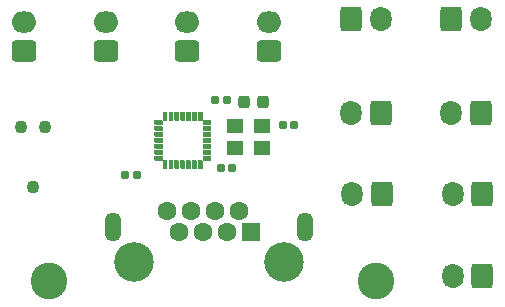
<source format=gbr>
%TF.GenerationSoftware,KiCad,Pcbnew,7.0.7*%
%TF.CreationDate,2023-09-01T18:47:46-05:00*%
%TF.ProjectId,ControlPanelSTM32QFN28,436f6e74-726f-46c5-9061-6e656c53544d,rev?*%
%TF.SameCoordinates,Original*%
%TF.FileFunction,Soldermask,Bot*%
%TF.FilePolarity,Negative*%
%FSLAX46Y46*%
G04 Gerber Fmt 4.6, Leading zero omitted, Abs format (unit mm)*
G04 Created by KiCad (PCBNEW 7.0.7) date 2023-09-01 18:47:46*
%MOMM*%
%LPD*%
G01*
G04 APERTURE LIST*
G04 Aperture macros list*
%AMRoundRect*
0 Rectangle with rounded corners*
0 $1 Rounding radius*
0 $2 $3 $4 $5 $6 $7 $8 $9 X,Y pos of 4 corners*
0 Add a 4 corners polygon primitive as box body*
4,1,4,$2,$3,$4,$5,$6,$7,$8,$9,$2,$3,0*
0 Add four circle primitives for the rounded corners*
1,1,$1+$1,$2,$3*
1,1,$1+$1,$4,$5*
1,1,$1+$1,$6,$7*
1,1,$1+$1,$8,$9*
0 Add four rect primitives between the rounded corners*
20,1,$1+$1,$2,$3,$4,$5,0*
20,1,$1+$1,$4,$5,$6,$7,0*
20,1,$1+$1,$6,$7,$8,$9,0*
20,1,$1+$1,$8,$9,$2,$3,0*%
G04 Aperture macros list end*
%ADD10C,0.100000*%
%ADD11RoundRect,0.191000X-0.140000X-0.170000X0.140000X-0.170000X0.140000X0.170000X-0.140000X0.170000X0*%
%ADD12RoundRect,0.191000X0.140000X0.170000X-0.140000X0.170000X-0.140000X-0.170000X0.140000X-0.170000X0*%
%ADD13RoundRect,0.276000X0.225000X0.250000X-0.225000X0.250000X-0.225000X-0.250000X0.225000X-0.250000X0*%
%ADD14C,1.092600*%
%ADD15C,3.102000*%
%ADD16RoundRect,0.301000X-0.600000X-0.750000X0.600000X-0.750000X0.600000X0.750000X-0.600000X0.750000X0*%
%ADD17O,1.802000X2.102000*%
%ADD18RoundRect,0.301000X0.600000X0.750000X-0.600000X0.750000X-0.600000X-0.750000X0.600000X-0.750000X0*%
%ADD19C,3.352000*%
%ADD20RoundRect,0.051000X-0.750000X-0.750000X0.750000X-0.750000X0.750000X0.750000X-0.750000X0.750000X0*%
%ADD21C,1.602000*%
%ADD22O,1.361000X2.464000*%
%ADD23RoundRect,0.301000X0.750000X-0.600000X0.750000X0.600000X-0.750000X0.600000X-0.750000X-0.600000X0*%
%ADD24O,2.102000X1.802000*%
%ADD25RoundRect,0.051000X0.650000X0.550000X-0.650000X0.550000X-0.650000X-0.550000X0.650000X-0.550000X0*%
%ADD26RoundRect,0.051000X0.299974X-0.149987X0.299974X0.149987X-0.299974X0.149987X-0.299974X-0.149987X0*%
%ADD27RoundRect,0.051000X0.149987X0.299974X-0.149987X0.299974X-0.149987X-0.299974X0.149987X-0.299974X0*%
G04 APERTURE END LIST*
%TO.C,U1*%
D10*
X146175274Y-99870747D02*
X145575326Y-99870747D01*
X145575326Y-99570773D01*
X146175274Y-99570773D01*
X146175274Y-99870747D01*
G36*
X146175274Y-99870747D02*
G01*
X145575326Y-99870747D01*
X145575326Y-99570773D01*
X146175274Y-99570773D01*
X146175274Y-99870747D01*
G37*
X146175274Y-100371127D02*
X145575326Y-100371127D01*
X145575326Y-100071153D01*
X146175274Y-100071153D01*
X146175274Y-100371127D01*
G36*
X146175274Y-100371127D02*
G01*
X145575326Y-100371127D01*
X145575326Y-100071153D01*
X146175274Y-100071153D01*
X146175274Y-100371127D01*
G37*
X147069227Y-96975274D02*
X146769253Y-96975274D01*
X146769253Y-96375326D01*
X147069227Y-96375326D01*
X147069227Y-96975274D01*
G36*
X147069227Y-96975274D02*
G01*
X146769253Y-96975274D01*
X146769253Y-96375326D01*
X147069227Y-96375326D01*
X147069227Y-96975274D01*
G37*
X150264674Y-99370367D02*
X149664726Y-99370367D01*
X149664726Y-99070393D01*
X150264674Y-99070393D01*
X150264674Y-99370367D01*
G36*
X150264674Y-99370367D02*
G01*
X149664726Y-99370367D01*
X149664726Y-99070393D01*
X150264674Y-99070393D01*
X150264674Y-99370367D01*
G37*
X150264674Y-99870747D02*
X149664726Y-99870747D01*
X149664726Y-99570773D01*
X150264674Y-99570773D01*
X150264674Y-99870747D01*
G36*
X150264674Y-99870747D02*
G01*
X149664726Y-99870747D01*
X149664726Y-99570773D01*
X150264674Y-99570773D01*
X150264674Y-99870747D01*
G37*
X146568847Y-101064674D02*
X146268873Y-101064674D01*
X146268873Y-100464726D01*
X146568847Y-100464726D01*
X146568847Y-101064674D01*
G36*
X146568847Y-101064674D02*
G01*
X146268873Y-101064674D01*
X146268873Y-100464726D01*
X146568847Y-100464726D01*
X146568847Y-101064674D01*
G37*
X150264674Y-100371127D02*
X149664726Y-100371127D01*
X149664726Y-100071153D01*
X150264674Y-100071153D01*
X150264674Y-100371127D01*
G36*
X150264674Y-100371127D02*
G01*
X149664726Y-100371127D01*
X149664726Y-100071153D01*
X150264674Y-100071153D01*
X150264674Y-100371127D01*
G37*
X146175274Y-97869227D02*
X145575326Y-97869227D01*
X145575326Y-97569253D01*
X146175274Y-97569253D01*
X146175274Y-97869227D01*
G36*
X146175274Y-97869227D02*
G01*
X145575326Y-97869227D01*
X145575326Y-97569253D01*
X146175274Y-97569253D01*
X146175274Y-97869227D01*
G37*
X149070747Y-96975274D02*
X148770773Y-96975274D01*
X148770773Y-96375326D01*
X149070747Y-96375326D01*
X149070747Y-96975274D01*
G36*
X149070747Y-96975274D02*
G01*
X148770773Y-96975274D01*
X148770773Y-96375326D01*
X149070747Y-96375326D01*
X149070747Y-96975274D01*
G37*
X149070747Y-101064674D02*
X148770773Y-101064674D01*
X148770773Y-100464726D01*
X149070747Y-100464726D01*
X149070747Y-101064674D01*
G36*
X149070747Y-101064674D02*
G01*
X148770773Y-101064674D01*
X148770773Y-100464726D01*
X149070747Y-100464726D01*
X149070747Y-101064674D01*
G37*
X147069227Y-101064674D02*
X146769253Y-101064674D01*
X146769253Y-100464726D01*
X147069227Y-100464726D01*
X147069227Y-101064674D01*
G36*
X147069227Y-101064674D02*
G01*
X146769253Y-101064674D01*
X146769253Y-100464726D01*
X147069227Y-100464726D01*
X147069227Y-101064674D01*
G37*
X146175274Y-99370367D02*
X145575326Y-99370367D01*
X145575326Y-99070393D01*
X146175274Y-99070393D01*
X146175274Y-99370367D01*
G36*
X146175274Y-99370367D02*
G01*
X145575326Y-99370367D01*
X145575326Y-99070393D01*
X146175274Y-99070393D01*
X146175274Y-99370367D01*
G37*
X150264674Y-97368847D02*
X149664726Y-97368847D01*
X149664726Y-97068873D01*
X150264674Y-97068873D01*
X150264674Y-97368847D01*
G36*
X150264674Y-97368847D02*
G01*
X149664726Y-97368847D01*
X149664726Y-97068873D01*
X150264674Y-97068873D01*
X150264674Y-97368847D01*
G37*
X149571127Y-101064674D02*
X149271153Y-101064674D01*
X149271153Y-100464726D01*
X149571127Y-100464726D01*
X149571127Y-101064674D01*
G36*
X149571127Y-101064674D02*
G01*
X149271153Y-101064674D01*
X149271153Y-100464726D01*
X149571127Y-100464726D01*
X149571127Y-101064674D01*
G37*
X150264674Y-98869987D02*
X149664726Y-98869987D01*
X149664726Y-98570013D01*
X150264674Y-98570013D01*
X150264674Y-98869987D01*
G36*
X150264674Y-98869987D02*
G01*
X149664726Y-98869987D01*
X149664726Y-98570013D01*
X150264674Y-98570013D01*
X150264674Y-98869987D01*
G37*
X148570367Y-101064674D02*
X148270393Y-101064674D01*
X148270393Y-100464726D01*
X148570367Y-100464726D01*
X148570367Y-101064674D01*
G36*
X148570367Y-101064674D02*
G01*
X148270393Y-101064674D01*
X148270393Y-100464726D01*
X148570367Y-100464726D01*
X148570367Y-101064674D01*
G37*
X148069987Y-101064674D02*
X147770013Y-101064674D01*
X147770013Y-100464726D01*
X148069987Y-100464726D01*
X148069987Y-101064674D01*
G36*
X148069987Y-101064674D02*
G01*
X147770013Y-101064674D01*
X147770013Y-100464726D01*
X148069987Y-100464726D01*
X148069987Y-101064674D01*
G37*
X146175274Y-97368847D02*
X145575326Y-97368847D01*
X145575326Y-97068873D01*
X146175274Y-97068873D01*
X146175274Y-97368847D01*
G36*
X146175274Y-97368847D02*
G01*
X145575326Y-97368847D01*
X145575326Y-97068873D01*
X146175274Y-97068873D01*
X146175274Y-97368847D01*
G37*
X147569607Y-101064674D02*
X147269633Y-101064674D01*
X147269633Y-100464726D01*
X147569607Y-100464726D01*
X147569607Y-101064674D01*
G36*
X147569607Y-101064674D02*
G01*
X147269633Y-101064674D01*
X147269633Y-100464726D01*
X147569607Y-100464726D01*
X147569607Y-101064674D01*
G37*
X150264674Y-97869227D02*
X149664726Y-97869227D01*
X149664726Y-97569253D01*
X150264674Y-97569253D01*
X150264674Y-97869227D01*
G36*
X150264674Y-97869227D02*
G01*
X149664726Y-97869227D01*
X149664726Y-97569253D01*
X150264674Y-97569253D01*
X150264674Y-97869227D01*
G37*
X147569607Y-96975274D02*
X147269633Y-96975274D01*
X147269633Y-96375326D01*
X147569607Y-96375326D01*
X147569607Y-96975274D01*
G36*
X147569607Y-96975274D02*
G01*
X147269633Y-96975274D01*
X147269633Y-96375326D01*
X147569607Y-96375326D01*
X147569607Y-96975274D01*
G37*
X150264674Y-98369607D02*
X149664726Y-98369607D01*
X149664726Y-98069633D01*
X150264674Y-98069633D01*
X150264674Y-98369607D01*
G36*
X150264674Y-98369607D02*
G01*
X149664726Y-98369607D01*
X149664726Y-98069633D01*
X150264674Y-98069633D01*
X150264674Y-98369607D01*
G37*
X146568847Y-96975274D02*
X146268873Y-96975274D01*
X146268873Y-96375326D01*
X146568847Y-96375326D01*
X146568847Y-96975274D01*
G36*
X146568847Y-96975274D02*
G01*
X146268873Y-96975274D01*
X146268873Y-96375326D01*
X146568847Y-96375326D01*
X146568847Y-96975274D01*
G37*
X146175274Y-98869987D02*
X145575326Y-98869987D01*
X145575326Y-98570013D01*
X146175274Y-98570013D01*
X146175274Y-98869987D01*
G36*
X146175274Y-98869987D02*
G01*
X145575326Y-98869987D01*
X145575326Y-98570013D01*
X146175274Y-98570013D01*
X146175274Y-98869987D01*
G37*
X146175274Y-98369607D02*
X145575326Y-98369607D01*
X145575326Y-98069633D01*
X146175274Y-98069633D01*
X146175274Y-98369607D01*
G36*
X146175274Y-98369607D02*
G01*
X145575326Y-98369607D01*
X145575326Y-98069633D01*
X146175274Y-98069633D01*
X146175274Y-98369607D01*
G37*
X149571127Y-96975274D02*
X149271153Y-96975274D01*
X149271153Y-96375326D01*
X149571127Y-96375326D01*
X149571127Y-96975274D01*
G36*
X149571127Y-96975274D02*
G01*
X149271153Y-96975274D01*
X149271153Y-96375326D01*
X149571127Y-96375326D01*
X149571127Y-96975274D01*
G37*
X148570367Y-96975274D02*
X148270393Y-96975274D01*
X148270393Y-96375326D01*
X148570367Y-96375326D01*
X148570367Y-96975274D01*
G36*
X148570367Y-96975274D02*
G01*
X148270393Y-96975274D01*
X148270393Y-96375326D01*
X148570367Y-96375326D01*
X148570367Y-96975274D01*
G37*
X148069987Y-96975274D02*
X147770013Y-96975274D01*
X147770013Y-96375326D01*
X148069987Y-96375326D01*
X148069987Y-96975274D01*
G36*
X148069987Y-96975274D02*
G01*
X147770013Y-96975274D01*
X147770013Y-96375326D01*
X148069987Y-96375326D01*
X148069987Y-96975274D01*
G37*
%TD*%
D11*
%TO.C,R1*%
X143106200Y-101701600D03*
X144066200Y-101701600D03*
%TD*%
D12*
%TO.C,C4*%
X157401200Y-97434400D03*
X156441200Y-97434400D03*
%TD*%
D13*
%TO.C,C3*%
X154711400Y-95478600D03*
X153161400Y-95478600D03*
%TD*%
D11*
%TO.C,C2*%
X150700800Y-95326200D03*
X151660800Y-95326200D03*
%TD*%
%TO.C,C1*%
X151155400Y-101041200D03*
X152115400Y-101041200D03*
%TD*%
D14*
%TO.C,J2*%
X135280400Y-102666800D03*
X134264400Y-97586800D03*
X136296400Y-97586800D03*
%TD*%
D15*
%TO.C,*%
X164338000Y-110678000D03*
%TD*%
%TO.C,*%
X136638000Y-110678000D03*
%TD*%
D16*
%TO.C,J11*%
X170700000Y-88500000D03*
D17*
X173200000Y-88500000D03*
%TD*%
D16*
%TO.C,J10*%
X162200000Y-88500000D03*
D17*
X164700000Y-88500000D03*
%TD*%
D18*
%TO.C,J8*%
X164700000Y-96400000D03*
D17*
X162200000Y-96400000D03*
%TD*%
D18*
%TO.C,J12*%
X173200000Y-96400000D03*
D17*
X170700000Y-96400000D03*
%TD*%
D18*
%TO.C,J13*%
X164800000Y-103300000D03*
D17*
X162300000Y-103300000D03*
%TD*%
D18*
%TO.C,J14*%
X173300000Y-103300000D03*
D17*
X170800000Y-103300000D03*
%TD*%
D18*
%TO.C,J15*%
X173300000Y-110200000D03*
D17*
X170800000Y-110200000D03*
%TD*%
D19*
%TO.C,J1*%
X143843280Y-108999020D03*
X156543280Y-108999020D03*
D20*
X153742580Y-106459020D03*
D21*
X152722580Y-104679020D03*
X151712580Y-106459020D03*
X150692580Y-104679020D03*
X149682580Y-106459020D03*
X148662580Y-104679020D03*
X147652580Y-106459020D03*
X146632580Y-104679020D03*
D22*
X142063280Y-106097070D03*
X158323280Y-106097070D03*
%TD*%
D23*
%TO.C,J5*%
X155250000Y-91200000D03*
D24*
X155250000Y-88700000D03*
%TD*%
D23*
%TO.C,J9*%
X134550000Y-91200000D03*
D24*
X134550000Y-88700000D03*
%TD*%
D23*
%TO.C,J7*%
X141450000Y-91200000D03*
D24*
X141450000Y-88700000D03*
%TD*%
D23*
%TO.C,J6*%
X148350000Y-91200000D03*
D24*
X148350000Y-88700000D03*
%TD*%
D25*
%TO.C,Y1*%
X154650000Y-99410000D03*
X152350000Y-99410000D03*
X152350000Y-97510000D03*
X154650000Y-97510000D03*
%TD*%
D26*
%TO.C,U1*%
X149964700Y-97218860D03*
X149964700Y-97719240D03*
X149964700Y-98219620D03*
X149964700Y-98720000D03*
X149964700Y-99220380D03*
X149964700Y-99720760D03*
X149964700Y-100221140D03*
D27*
X149421140Y-100764700D03*
X148920760Y-100764700D03*
X148420380Y-100764700D03*
X147920000Y-100764700D03*
X147419620Y-100764700D03*
X146919240Y-100764700D03*
X146418860Y-100764700D03*
D26*
X145875300Y-100221140D03*
X145875300Y-99720760D03*
X145875300Y-99220380D03*
X145875300Y-98720000D03*
X145875300Y-98219620D03*
X145875300Y-97719240D03*
X145875300Y-97218860D03*
D27*
X146418860Y-96675300D03*
X146919240Y-96675300D03*
X147419620Y-96675300D03*
X147920000Y-96675300D03*
X148420380Y-96675300D03*
X148920760Y-96675300D03*
X149421140Y-96675300D03*
%TD*%
M02*

</source>
